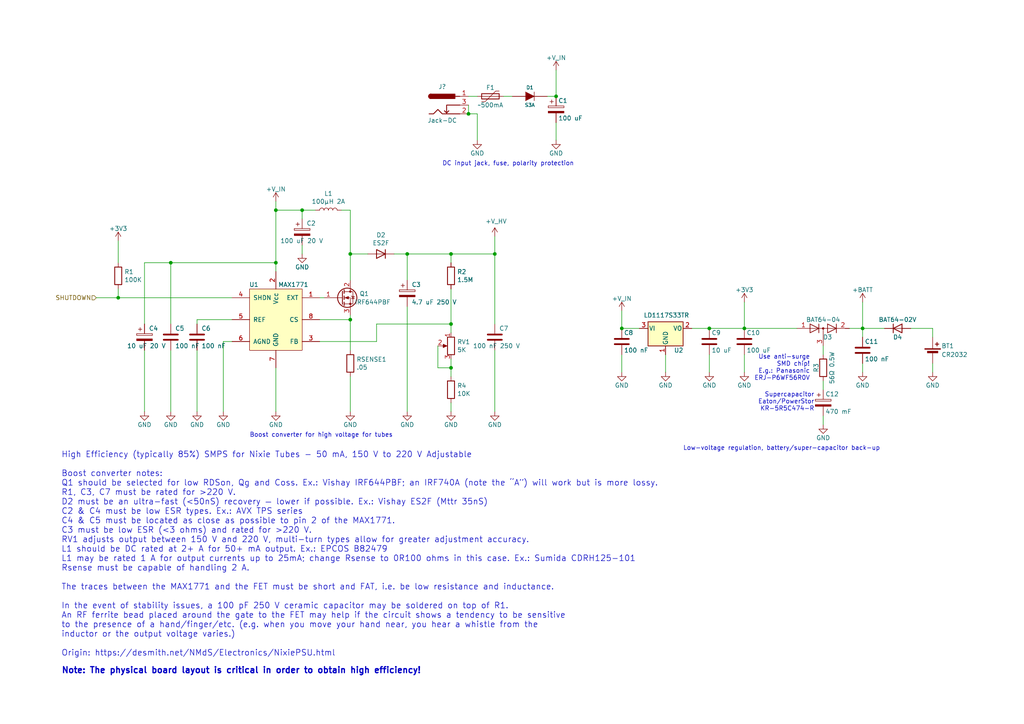
<source format=kicad_sch>
(kicad_sch (version 20231120) (generator "eeschema") (generator_version "8.0")
  (paper "A4")
  (lib_symbols
    (symbol "Device:Battery_Cell" (pin_numbers hide) (pin_names (offset 0) hide)
      (property "Reference" "BT" (at 2.54 2.54 0))
      (property "Value" "Battery_Cell" (at 2.54 0 0))
      (symbol "Battery_Cell_0_1"
        (rectangle (start -2.286 1.778) (end 2.286 1.524) (fill (type outline)))
        (rectangle (start -1.524 1.016) (end 1.524 0.508) (fill (type outline)))
        (polyline (pts (xy 0 0.762) (xy 0 0)))
        (polyline (pts (xy 0 1.778) (xy 0 2.54)))
        (polyline (pts (xy 0.762 3.048) (xy 1.778 3.048)) (stroke (width 0.254)))
        (polyline (pts (xy 1.27 3.556) (xy 1.27 2.54)) (stroke (width 0.254)))
      )
      (symbol "Battery_Cell_1_1"
        (pin passive line (at 0 5.08 270) (length 2.54) (name "+") (number "1"))
        (pin passive line (at 0 -2.54 90) (length 2.54) (name "-") (number "2"))
      )
    )
    (symbol "Device:C" (pin_numbers hide) (pin_names (offset 0.254))
      (property "Reference" "C" (at 0.635 2.54 0))
      (property "Value" "C" (at 0.635 -2.54 0))
      (symbol "C_0_1"
        (polyline (pts (xy -2.032 -0.762) (xy 2.032 -0.762)) (stroke (width 0.508)))
        (polyline (pts (xy -2.032 0.762) (xy 2.032 0.762)) (stroke (width 0.508)))
      )
      (symbol "C_1_1"
        (pin passive line (at 0 3.81 270) (length 2.794) (name "~") (number "1"))
        (pin passive line (at 0 -3.81 90) (length 2.794) (name "~") (number "2"))
      )
    )
    (symbol "Device:D" (pin_numbers hide) (pin_names (offset 1.016) hide)
      (property "Reference" "D" (at 0 2.54 0))
      (property "Value" "D" (at 0 -2.54 0))
      (symbol "D_0_1"
        (polyline (pts (xy -1.27 1.27) (xy -1.27 -1.27)) (stroke (width 0.254)))
        (polyline (pts (xy 1.27 0) (xy -1.27 0)))
        (polyline (pts (xy 1.27 1.27) (xy 1.27 -1.27) (xy -1.27 0) (xy 1.27 1.27)) (stroke (width 0.254)))
      )
      (symbol "D_1_1"
        (pin passive line (at -3.81 0 0) (length 2.54) (name "K") (number "1"))
        (pin passive line (at 3.81 0 180) (length 2.54) (name "A") (number "2"))
      )
    )
    (symbol "Device:L" (pin_numbers hide) (pin_names (offset 1.016) hide)
      (property "Reference" "L" (at -1.27 0 90))
      (property "Value" "L" (at 1.905 0 90))
      (symbol "L_0_1"
        (arc (start 0 -2.54) (mid 0.6323 -1.905) (end 0 -1.27))
        (arc (start 0 -1.27) (mid 0.6323 -0.635) (end 0 0))
        (arc (start 0 0) (mid 0.6323 0.635) (end 0 1.27))
        (arc (start 0 1.27) (mid 0.6323 1.905) (end 0 2.54))
      )
      (symbol "L_1_1"
        (pin passive line (at 0 3.81 270) (length 1.27) (name "1") (number "1"))
        (pin passive line (at 0 -3.81 90) (length 1.27) (name "2") (number "2"))
      )
    )
    (symbol "Device:Polyfuse" (pin_numbers hide) (pin_names (offset 0))
      (property "Reference" "F" (at -2.54 0 90))
      (property "Value" "Polyfuse" (at 2.54 0 90))
      (symbol "Polyfuse_0_1"
        (rectangle (start -0.762 2.54) (end 0.762 -2.54) (stroke (width 0.254)))
        (polyline (pts (xy 0 2.54) (xy 0 -2.54)))
        (polyline (pts (xy -1.524 2.54) (xy -1.524 1.524) (xy 1.524 -1.524) (xy 1.524 -2.54)))
      )
      (symbol "Polyfuse_1_1"
        (pin passive line (at 0 3.81 270) (length 1.27) (name "~") (number "1"))
        (pin passive line (at 0 -3.81 90) (length 1.27) (name "~") (number "2"))
      )
    )
    (symbol "Device:R" (pin_numbers hide) (pin_names (offset 0))
      (property "Reference" "R" (at 2.032 0 90))
      (property "Value" "R" (at 0 0 90))
      (symbol "R_0_1"
        (rectangle (start -1.016 -2.54) (end 1.016 2.54) (stroke (width 0.254)))
      )
      (symbol "R_1_1"
        (pin passive line (at 0 3.81 270) (length 1.27) (name "~") (number "1"))
        (pin passive line (at 0 -3.81 90) (length 1.27) (name "~") (number "2"))
      )
    )
    (symbol "Transistor_FET:IRF740" (pin_names hide)
      (property "Reference" "Q" (at 5.08 1.905 0))
      (property "Value" "IRF740" (at 5.08 0 0))
      (symbol "IRF740_0_1"
        (polyline (pts (xy 0.254 0) (xy -2.54 0)))
        (polyline (pts (xy 0.254 1.905) (xy 0.254 -1.905)) (stroke (width 0.254)))
        (polyline (pts (xy 0.762 -1.27) (xy 0.762 -2.286)) (stroke (width 0.254)))
        (polyline (pts (xy 0.762 0.508) (xy 0.762 -0.508)) (stroke (width 0.254)))
        (polyline (pts (xy 0.762 2.286) (xy 0.762 1.27)) (stroke (width 0.254)))
        (polyline (pts (xy 2.54 2.54) (xy 2.54 1.778)))
        (polyline (pts (xy 2.54 -2.54) (xy 2.54 0) (xy 0.762 0)))
        (polyline (pts (xy 0.762 -1.778) (xy 3.302 -1.778) (xy 3.302 1.778) (xy 0.762 1.778)))
        (polyline (pts (xy 1.016 0) (xy 2.032 0.381) (xy 2.032 -0.381) (xy 1.016 0)) (fill (type outline)))
        (polyline (pts (xy 2.794 0.508) (xy 2.921 0.381) (xy 3.683 0.381) (xy 3.81 0.254)))
        (polyline (pts (xy 3.302 0.381) (xy 2.921 -0.254) (xy 3.683 -0.254) (xy 3.302 0.381)))
        (circle (center 1.651 0) (radius 2.794) (stroke (width 0.254)))
        (circle (center 2.54 -1.778) (radius 0.254) (fill (type outline)))
        (circle (center 2.54 1.778) (radius 0.254) (fill (type outline)))
      )
      (symbol "IRF740_1_1"
        (pin input line (at -5.08 0 0) (length 2.54) (name "G") (number "1"))
        (pin passive line (at 2.54 5.08 270) (length 2.54) (name "D") (number "2"))
        (pin passive line (at 2.54 -5.08 90) (length 2.54) (name "S") (number "3"))
      )
    )
    (symbol "TubeClock-rescue:+3.3V-power" (power) (pin_names (offset 0))
      (property "Value" "power_+3.3V" (at 0 3.556 0))
      (symbol "+3.3V-power_0_1"
        (polyline (pts (xy -0.762 1.27) (xy 0 2.54)))
        (polyline (pts (xy 0 0) (xy 0 2.54)))
        (polyline (pts (xy 0 2.54) (xy 0.762 1.27)))
      )
      (symbol "+3.3V-power_1_1"
        (pin power_in line (at 0 0 90) (length 0) hide (name "+3V3") (number "1"))
      )
    )
    (symbol "TubeClock-rescue:+BATT-power" (power) (pin_names (offset 0))
      (property "Value" "power_+BATT" (at 0 3.556 0))
      (symbol "+BATT-power_0_1"
        (polyline (pts (xy -0.762 1.27) (xy 0 2.54)))
        (polyline (pts (xy 0 0) (xy 0 2.54)))
        (polyline (pts (xy 0 2.54) (xy 0.762 1.27)))
      )
      (symbol "+BATT-power_1_1"
        (pin power_in line (at 0 0 90) (length 0) hide (name "+BATT") (number "1"))
      )
    )
    (symbol "TubeClock-rescue:+V_HV-TubeClock" (power) (pin_names (offset 0))
      (property "Value" "TubeClock_+V_HV" (at 0 3.556 0))
      (symbol "+V_HV-TubeClock_0_1"
        (polyline (pts (xy -0.762 1.27) (xy 0 2.54)))
        (polyline (pts (xy 0 0) (xy 0 2.54)))
        (polyline (pts (xy 0 2.54) (xy 0.762 1.27)))
      )
      (symbol "+V_HV-TubeClock_1_1"
        (pin power_in line (at 0 0 90) (length 0) hide (name "+V_HV") (number "1"))
      )
    )
    (symbol "TubeClock-rescue:+V_IN-TubeClock" (power) (pin_names (offset 0))
      (property "Value" "TubeClock_+V_IN" (at 0 3.556 0))
      (symbol "+V_IN-TubeClock_0_1"
        (polyline (pts (xy -0.762 1.27) (xy 0 2.54)))
        (polyline (pts (xy 0 0) (xy 0 2.54)))
        (polyline (pts (xy 0 2.54) (xy 0.762 1.27)))
      )
      (symbol "+V_IN-TubeClock_1_1"
        (pin power_in line (at 0 0 90) (length 0) hide (name "+V_IN") (number "1"))
      )
    )
    (symbol "TubeClock-rescue:CP-Device" (pin_numbers hide) (pin_names (offset 0.254))
      (property "Reference" "C" (at 0.635 2.54 0))
      (property "Value" "Device_CP" (at 0.635 -2.54 0))
      (symbol "CP-Device_0_1"
        (rectangle (start -2.286 0.508) (end 2.286 1.016))
        (polyline (pts (xy -1.778 2.286) (xy -0.762 2.286)))
        (polyline (pts (xy -1.27 2.794) (xy -1.27 1.778)))
        (rectangle (start 2.286 -0.508) (end -2.286 -1.016) (fill (type outline)))
      )
      (symbol "CP-Device_1_1"
        (pin passive line (at 0 3.81 270) (length 2.794) (name "~") (number "1"))
        (pin passive line (at 0 -3.81 90) (length 2.794) (name "~") (number "2"))
      )
    )
    (symbol "TubeClock-rescue:DIODE-win" (pin_numbers hide) (pin_names (offset 1.016) hide)
      (property "Reference" "D" (at 0 2.54 0))
      (property "Value" "win_DIODE" (at 0 -2.54 0))
      (symbol "DIODE-win_0_1"
        (polyline (pts (xy 1.27 1.27) (xy 1.27 -1.27)) (stroke (width 0.1524)))
        (polyline (pts (xy -1.27 1.27) (xy 1.27 0) (xy -1.27 -1.27)) (fill (type outline)))
      )
      (symbol "DIODE-win_1_1"
        (pin passive line (at -5.08 0 0) (length 3.81) (name "A") (number "1"))
        (pin passive line (at 5.08 0 180) (length 3.81) (name "K") (number "2"))
      )
    )
    (symbol "TubeClock-rescue:D_x2_Serial_AKC-Device" (pin_names (offset 0.762) hide)
      (property "Reference" "D" (at 1.27 -2.54 0))
      (property "Value" "Device_D_x2_Serial_AKC" (at 0 2.54 0))
      (symbol "D_x2_Serial_AKC-Device_0_1"
        (polyline (pts (xy -3.81 0) (xy 3.81 0)))
        (polyline (pts (xy 0 0) (xy 0 -2.54)))
        (polyline (pts (xy 6.35 0) (xy 7.62 0)))
        (polyline (pts (xy -1.27 -1.27) (xy -1.27 1.27) (xy -1.27 1.27)) (stroke (width 0.2032)))
        (polyline (pts (xy 3.81 1.27) (xy 3.81 -1.27) (xy 3.81 -1.27)) (stroke (width 0.2032)))
        (polyline (pts (xy -3.81 1.27) (xy -1.27 0) (xy -3.81 -1.27) (xy -3.81 1.27) (xy -3.81 1.27) (xy -3.81 1.27)) (stroke (width 0.2032)))
        (polyline (pts (xy 1.27 1.27) (xy 3.81 0) (xy 1.27 -1.27) (xy 1.27 1.27) (xy 1.27 1.27) (xy 1.27 1.27)) (stroke (width 0.2032)))
        (circle (center 0 0) (radius 0.254) (fill (type outline)))
        (pin passive line (at -7.62 0 0) (length 3.81) (name "A") (number "1"))
        (pin passive line (at 7.62 0 180) (length 3.81) (name "K") (number "2"))
        (pin passive line (at 0 -5.08 90) (length 2.54) (name "common") (number "3"))
      )
    )
    (symbol "TubeClock-rescue:GND-power" (power) (pin_names (offset 0))
      (property "Value" "power_GND" (at 0 -3.81 0))
      (symbol "GND-power_0_1"
        (polyline (pts (xy 0 0) (xy 0 -1.27) (xy 1.27 -1.27) (xy 0 -2.54) (xy -1.27 -1.27) (xy 0 -1.27)))
      )
      (symbol "GND-power_1_1"
        (pin power_in line (at 0 0 270) (length 0) hide (name "GND") (number "1"))
      )
    )
    (symbol "TubeClock-rescue:Jack-DC-TubeClock" (pin_names (offset 1.016))
      (property "Reference" "J" (at 0 5.334 0))
      (property "Value" "TubeClock_Jack-DC" (at 0 -4.445 0))
      (symbol "Jack-DC-TubeClock_0_1"
        (arc (start -3.302 3.175) (mid -3.937 2.54) (end -3.302 1.905) (stroke (width 0.254)))
        (arc (start -3.302 3.175) (mid -3.937 2.54) (end -3.302 1.905) (stroke (width 0.254)) (fill (type outline)))
        (polyline (pts (xy 1.27 -2.286) (xy 1.905 -1.651)) (stroke (width 0.254)))
        (polyline (pts (xy 5.08 2.54) (xy 3.81 2.54)) (stroke (width 0.254)))
        (polyline (pts (xy 5.08 0) (xy 1.27 0) (xy 1.27 -2.286) (xy 0.635 -1.651)) (stroke (width 0.254)))
        (polyline (pts (xy -3.81 -2.54) (xy -2.54 -2.54) (xy -1.27 -1.27) (xy 0 -2.54) (xy 2.54 -2.54) (xy 5.08 -2.54)) (stroke (width 0.254)))
        (rectangle (start 3.683 3.175) (end -3.302 1.905) (stroke (width 0.254)) (fill (type outline)))
      )
      (symbol "Jack-DC-TubeClock_1_1"
        (pin passive line (at 7.62 2.54 180) (length 2.54) (name "~") (number "1"))
        (pin passive line (at 7.62 -2.54 180) (length 2.54) (name "~") (number "2"))
        (pin passive line (at 7.62 0 180) (length 2.54) (name "~") (number "3"))
      )
    )
    (symbol "TubeClock-rescue:LD1117S33TR_SOT223-win" (pin_names (offset 0.254))
      (property "Reference" "U" (at -3.81 3.175 0))
      (property "Value" "win_LD1117S33TR_SOT223" (at 0 3.175 0))
      (symbol "LD1117S33TR_SOT223-win_0_1"
        (rectangle (start -5.08 -5.08) (end 5.08 1.905) (stroke (width 0.254)) (fill (type background)))
      )
      (symbol "LD1117S33TR_SOT223-win_1_1"
        (pin power_in line (at 0 -7.62 90) (length 2.54) (name "GND") (number "1"))
        (pin passive line (at 7.62 0 180) (length 2.54) (name "VO") (number "2"))
        (pin power_in line (at -7.62 0 0) (length 2.54) (name "VI") (number "3"))
      )
    )
    (symbol "TubeClock-rescue:MAX1771-Maxim" (pin_names (offset 1.016))
      (property "Reference" "U" (at -6.35 10.16 0))
      (property "Value" "Maxim_MAX1771" (at 5.08 10.16 0))
      (symbol "MAX1771-Maxim_0_1"
        (rectangle (start -7.62 8.89) (end 7.62 -8.89) (fill (type background)))
      )
      (symbol "MAX1771-Maxim_1_1"
        (pin output line (at 12.7 6.35 180) (length 5.08) (name "EXT") (number "1"))
        (pin power_in line (at 0 13.97 270) (length 5.08) (name "Vcc") (number "2"))
        (pin input line (at 12.7 -6.35 180) (length 5.08) (name "FB") (number "3"))
        (pin input line (at -12.7 6.35 0) (length 5.08) (name "SHDN") (number "4"))
        (pin input line (at -12.7 0 0) (length 5.08) (name "REF") (number "5"))
        (pin power_in line (at -12.7 -6.35 0) (length 5.08) (name "AGND") (number "6"))
        (pin power_in line (at 0 -13.97 90) (length 5.08) (name "GND") (number "7"))
        (pin input line (at 12.7 0 180) (length 5.08) (name "CS") (number "8"))
      )
    )
    (symbol "TubeClock-rescue:R_POT-Device" (pin_names (offset 1.016) hide)
      (property "Reference" "RV" (at -4.445 0 90))
      (property "Value" "Device_R_POT" (at -2.54 0 90))
      (symbol "R_POT-Device_0_1"
        (polyline (pts (xy 2.54 0) (xy 1.524 0)))
        (polyline (pts (xy 1.143 0) (xy 2.286 0.508) (xy 2.286 -0.508) (xy 1.143 0)) (fill (type outline)))
        (rectangle (start 1.016 2.54) (end -1.016 -2.54) (stroke (width 0.254)))
      )
      (symbol "R_POT-Device_1_1"
        (pin passive line (at 0 3.81 270) (length 1.27) (name "1") (number "1"))
        (pin passive line (at 3.81 0 180) (length 1.27) (name "2") (number "2"))
        (pin passive line (at 0 -3.81 90) (length 1.27) (name "3") (number "3"))
      )
    )
  )
  (junction (at 34.29 86.36))
  (junction (at 205.74 95.25))
  (junction (at 135.89 33.02))
  (junction (at 215.9 95.25))
  (junction (at 49.53 76.2))
  (junction (at 250.19 95.25))
  (junction (at 87.63 60.96))
  (junction (at 180.34 95.25))
  (junction (at 130.81 93.98))
  (junction (at 118.11 73.66))
  (junction (at 80.01 76.2))
  (junction (at 101.6 92.71))
  (junction (at 161.29 27.94))
  (junction (at 101.6 73.66))
  (junction (at 130.81 106.68))
  (junction (at 130.81 73.66))
  (junction (at 80.01 60.96))
  (junction (at 143.51 73.66))
  (wire (pts (xy 101.6 91.44) (xy 101.6 92.71)))
  (wire (pts (xy 250.19 87.63) (xy 250.19 95.25)))
  (wire (pts (xy 49.53 76.2) (xy 80.01 76.2)))
  (wire (pts (xy 130.81 104.14) (xy 130.81 106.68)))
  (wire (pts (xy 238.76 123.19) (xy 238.76 120.65)))
  (wire (pts (xy 238.76 100.33) (xy 238.76 102.87)))
  (wire (pts (xy 106.68 73.66) (xy 101.6 73.66)))
  (wire (pts (xy 57.15 93.98) (xy 57.15 92.71)))
  (wire (pts (xy 130.81 106.68) (xy 130.81 109.22)))
  (wire (pts (xy 114.3 73.66) (xy 118.11 73.66)))
  (wire (pts (xy 101.6 60.96) (xy 101.6 73.66)))
  (wire (pts (xy 143.51 68.58) (xy 143.51 73.66)))
  (wire (pts (xy 130.81 76.2) (xy 130.81 73.66)))
  (wire (pts (xy 250.19 105.41) (xy 250.19 107.95)))
  (wire (pts (xy 158.75 27.94) (xy 161.29 27.94)))
  (wire (pts (xy 127 100.33) (xy 127 106.68)))
  (wire (pts (xy 41.91 101.6) (xy 41.91 119.38)))
  (wire (pts (xy 138.43 33.02) (xy 138.43 40.64)))
  (wire (pts (xy 80.01 76.2) (xy 80.01 78.74)))
  (wire (pts (xy 34.29 76.2) (xy 34.29 69.85)))
  (wire (pts (xy 49.53 101.6) (xy 49.53 119.38)))
  (wire (pts (xy 180.34 90.17) (xy 180.34 95.25)))
  (wire (pts (xy 109.22 93.98) (xy 130.81 93.98)))
  (wire (pts (xy 135.89 33.02) (xy 138.43 33.02)))
  (wire (pts (xy 80.01 60.96) (xy 80.01 76.2)))
  (wire (pts (xy 215.9 95.25) (xy 231.14 95.25)))
  (wire (pts (xy 101.6 73.66) (xy 101.6 81.28)))
  (wire (pts (xy 250.19 95.25) (xy 250.19 97.79)))
  (wire (pts (xy 205.74 107.95) (xy 205.74 102.87)))
  (wire (pts (xy 91.44 60.96) (xy 87.63 60.96)))
  (wire (pts (xy 80.01 60.96) (xy 80.01 58.42)))
  (wire (pts (xy 92.71 86.36) (xy 93.98 86.36)))
  (wire (pts (xy 143.51 73.66) (xy 143.51 93.98)))
  (wire (pts (xy 161.29 35.56) (xy 161.29 40.64)))
  (wire (pts (xy 264.16 95.25) (xy 270.51 95.25)))
  (wire (pts (xy 101.6 92.71) (xy 101.6 101.6)))
  (wire (pts (xy 109.22 99.06) (xy 109.22 93.98)))
  (wire (pts (xy 127 106.68) (xy 130.81 106.68)))
  (wire (pts (xy 143.51 73.66) (xy 130.81 73.66)))
  (wire (pts (xy 101.6 109.22) (xy 101.6 119.38)))
  (wire (pts (xy 215.9 95.25) (xy 215.9 87.63)))
  (wire (pts (xy 130.81 83.82) (xy 130.81 93.98)))
  (wire (pts (xy 92.71 92.71) (xy 101.6 92.71)))
  (wire (pts (xy 118.11 73.66) (xy 118.11 81.28)))
  (wire (pts (xy 143.51 101.6) (xy 143.51 119.38)))
  (wire (pts (xy 246.38 95.25) (xy 250.19 95.25)))
  (wire (pts (xy 92.71 99.06) (xy 109.22 99.06)))
  (wire (pts (xy 118.11 88.9) (xy 118.11 119.38)))
  (wire (pts (xy 64.77 99.06) (xy 64.77 119.38)))
  (wire (pts (xy 135.89 30.48) (xy 135.89 33.02)))
  (wire (pts (xy 80.01 119.38) (xy 80.01 106.68)))
  (wire (pts (xy 270.51 105.41) (xy 270.51 107.95)))
  (wire (pts (xy 130.81 119.38) (xy 130.81 116.84)))
  (wire (pts (xy 27.94 86.36) (xy 34.29 86.36)))
  (wire (pts (xy 49.53 93.98) (xy 49.53 76.2)))
  (wire (pts (xy 67.31 99.06) (xy 64.77 99.06)))
  (wire (pts (xy 130.81 73.66) (xy 118.11 73.66)))
  (wire (pts (xy 215.9 102.87) (xy 215.9 107.95)))
  (wire (pts (xy 180.34 107.95) (xy 180.34 102.87)))
  (wire (pts (xy 238.76 110.49) (xy 238.76 113.03)))
  (wire (pts (xy 34.29 83.82) (xy 34.29 86.36)))
  (wire (pts (xy 135.89 27.94) (xy 138.43 27.94)))
  (wire (pts (xy 41.91 76.2) (xy 41.91 93.98)))
  (wire (pts (xy 87.63 63.5) (xy 87.63 60.96)))
  (wire (pts (xy 87.63 73.66) (xy 87.63 71.12)))
  (wire (pts (xy 34.29 86.36) (xy 67.31 86.36)))
  (wire (pts (xy 146.05 27.94) (xy 148.59 27.94)))
  (wire (pts (xy 130.81 93.98) (xy 130.81 96.52)))
  (wire (pts (xy 57.15 101.6) (xy 57.15 119.38)))
  (wire (pts (xy 200.66 95.25) (xy 205.74 95.25)))
  (wire (pts (xy 99.06 60.96) (xy 101.6 60.96)))
  (wire (pts (xy 180.34 95.25) (xy 185.42 95.25)))
  (wire (pts (xy 57.15 92.71) (xy 67.31 92.71)))
  (wire (pts (xy 193.04 102.87) (xy 193.04 107.95)))
  (wire (pts (xy 80.01 60.96) (xy 87.63 60.96)))
  (wire (pts (xy 161.29 27.94) (xy 161.29 20.32)))
  (wire (pts (xy 270.51 97.79) (xy 270.51 95.25)))
  (wire (pts (xy 250.19 95.25) (xy 256.54 95.25)))
  (wire (pts (xy 41.91 76.2) (xy 49.53 76.2)))
  (wire (pts (xy 205.74 95.25) (xy 215.9 95.25)))
  (text "Low-voltage regulation, battery/super-capacitor back-up" (at 198.12 130.81 0) (effects (font (size 1.27 1.27)) (justify left bottom)))
  (text "Note: The physical board layout is critical in order to obtain high efficiency!" (at 17.78 195.58 0) (effects (font (size 1.7526 1.7526) (thickness 0.3505) (bold yes)) (justify left bottom)))
  (text "Supercapacitor\nEaton/PowerStor\nKR-5R5C474-R" (at 236.22 119.38 0) (effects (font (size 1.27 1.27)) (justify right bottom)))
  (text "High Efficiency (typically 85%) SMPS for Nixie Tubes - 50 mA, 150 V to 220 V Adjustable\n\nBoost converter notes:\nQ1 should be selected for low RDSon, Qg and Coss. Ex.: Vishay IRF644PBF; an IRF740A (note the “A”) will work but is more lossy.\nR1, C3, C7 must be rated for >220 V.\nD2 must be an ultra-fast (<50nS) recovery — lower if possible. Ex.: Vishay ES2F (Mttr 35nS)\nC2 & C4 must be low ESR types. Ex.: AVX TPS series\nC4 & C5 must be located as close as possible to pin 2 of the MAX1771.\nC3 must be low ESR (<3 ohms) and rated for >220 V.\nRV1 adjusts output between 150 V and 220 V, multi-turn types allow for greater adjustment accuracy.\nL1 should be DC rated at 2+ A for 50+ mA output. Ex.: EPCOS B82479\nL1 may be rated 1 A for output currents up to 25mA; change Rsense to 0R100 ohms in this case. Ex.: Sumida CDRH125-101\nRsense must be capable of handling 2 A.\n\nThe traces between the MAX1771 and the FET must be short and FAT, i.e. be low resistance and inductance.\n\nIn the event of stability issues, a 100 pF 250 V ceramic capacitor may be soldered on top of R1.\nAn RF ferrite bead placed around the gate to the FET may help if the circuit shows a tendency to be sensitive\nto the presence of a hand/finger/etc. (e.g. when you move your hand near, you hear a whistle from the\ninductor or the output voltage varies.)\n\nOrigin: https://desmith.net/NMdS/Electronics/NixiePSU.html" (at 17.78 190.5 0) (effects (font (size 1.7018 1.7018)) (justify left bottom)))
  (text "DC input jack, fuse, polarity protection" (at 128.27 48.26 0) (effects (font (size 1.27 1.27)) (justify left bottom)))
  (text "Boost converter for high voltage for tubes" (at 72.39 127 0) (effects (font (size 1.27 1.27)) (justify left bottom)))
  (text "Use anti-surge\n SMD chip!\nE.g.: Panasonic\nERJ-P6WF56R0V" (at 234.95 110.49 0) (effects (font (size 1.27 1.27)) (justify right bottom)))
  (hierarchical_label "SHUTDOWN" (shape input) (at 27.94 86.36 180))
  (symbol (lib_id "TubeClock-rescue:LD1117S33TR_SOT223-win") (at 193.04 95.25 0) (unit 1)
    (property "Reference" "U2" (at 196.85 101.6 0))
    (property "Value" "LD1117S33TR" (at 186.69 91.44 0) (effects (justify left)))
    (property "Footprint" "Package_TO_SOT_SMD:TO-252-2" (effects (hide yes)))
    (property "Datasheet" "http://www.st.com/content/ccc/resource/technical/document/datasheet/a5/c3/3f/c9/2b/15/40/49/CD00002116.pdf/files/CD00002116.pdf/jcr:content/translations/en.CD00002116.pdf" (effects (hide yes)))
    (property "Part Number" "LD1117S33TR" (effects (hide yes)))
  )
  (symbol (lib_id "TubeClock-rescue:Jack-DC-TubeClock") (at 128.27 30.48 0) (unit 1)
    (property "Reference" "J?" (at 128.27 25.146 0))
    (property "Value" "Jack-DC" (at 128.27 34.925 0))
    (property "Footprint" "Connector_BarrelJack:BarrelJack_Horizontal" (effects (hide yes)))
    (instances (project "" (path "" (reference "J?") (unit 1)) (path "" (reference "J1") (unit 1))))
  )
  (symbol (lib_id "Device:C") (at 205.74 99.06 0) (unit 1)
    (property "Reference" "C9" (at 206.375 96.52 0) (effects (justify left)))
    (property "Value" "10 uF" (at 206.375 101.6 0) (effects (justify left)))
    (property "Footprint" "Capacitor_SMD:C_0805_2012Metric" (effects (hide yes)))
  )
  (symbol (lib_id "Device:C") (at 180.34 99.06 0) (unit 1)
    (property "Reference" "C8" (at 180.975 96.52 0) (effects (justify left)))
    (property "Value" "100 nF" (at 180.975 101.6 0) (effects (justify left)))
    (property "Footprint" "Capacitor_SMD:C_0805_2012Metric" (effects (hide yes)))
  )
  (symbol (lib_id "Device:Battery_Cell") (at 270.51 102.87 0) (unit 1)
    (property "Reference" "BT1" (at 273.05 100.33 0) (effects (justify left)))
    (property "Value" "CR2032" (at 273.05 102.87 0) (effects (justify left)))
    (property "Footprint" "TubeClock:BatteryHolder_Keystone_3034_1x20mm" (effects (hide yes)))
    (property "Datasheet" "http://www.keyelco.com/product.cfm/product_id/719" (effects (hide yes)))
    (property "Part Number" "103" (effects (hide yes)))
  )
  (symbol (lib_id "TubeClock-rescue:CP-Device") (at 161.29 31.75 0) (unit 1)
    (property "Reference" "C1" (at 161.925 29.21 0) (effects (justify left)))
    (property "Value" "100 uF" (at 161.925 34.29 0) (effects (justify left)))
    (property "Footprint" "Capacitor_SMD:CP_Elec_8x10" (effects (hide yes)))
    (property "Datasheet" "https://industrial.panasonic.com/ww/products/capacitors/polymer-capacitors/os-con/svf/25SVF100M" (effects (hide yes)))
    (property "Part Number" "25SVF100M" (effects (hide yes)))
  )
  (symbol (lib_id "TubeClock-rescue:+3.3V-power") (at 215.9 87.63 0) (unit 1)
    (property "Reference" "#PWR012" (effects (hide yes)))
    (property "Value" "+3V3" (at 215.9 84.074 0))
  )
  (symbol (lib_id "TubeClock-rescue:GND-power") (at 161.29 40.64 0) (unit 1)
    (property "Reference" "#PWR07" (effects (hide yes)))
    (property "Value" "GND" (at 161.29 44.45 0))
  )
  (symbol (lib_id "TubeClock-rescue:GND-power") (at 180.34 107.95 0) (unit 1)
    (property "Reference" "#PWR015" (effects (hide yes)))
    (property "Value" "GND" (at 180.34 111.76 0))
  )
  (symbol (lib_id "TubeClock-rescue:GND-power") (at 193.04 107.95 0) (unit 1)
    (property "Reference" "#PWR016" (effects (hide yes)))
    (property "Value" "GND" (at 193.04 111.76 0))
  )
  (symbol (lib_id "TubeClock-rescue:GND-power") (at 205.74 107.95 0) (unit 1)
    (property "Reference" "#PWR017" (effects (hide yes)))
    (property "Value" "GND" (at 205.74 111.76 0))
  )
  (symbol (lib_id "TubeClock-rescue:GND-power") (at 270.51 107.95 0) (unit 1)
    (property "Reference" "#PWR020" (effects (hide yes)))
    (property "Value" "GND" (at 270.51 111.76 0))
  )
  (symbol (lib_id "Device:Polyfuse") (at 142.24 27.94 270) (unit 1)
    (property "Reference" "F1" (at 142.24 25.4 90))
    (property "Value" "~500mA" (at 142.24 30.48 90))
    (property "Footprint" "Fuse:Fuse_2920_7451Metric" (effects (hide yes)))
    (property "Datasheet" "http://m.littelfuse.com/~/media/electronics/datasheets/resettable_ptcs/littelfuse_ptc_2920l_datasheet.pdf.pdf" (effects (hide yes)))
    (property "Part Number" "2920L050DR" (effects (hide yes)))
  )
  (symbol (lib_id "TubeClock-rescue:DIODE-win") (at 153.67 27.94 0) (unit 1)
    (property "Reference" "D1" (at 153.67 25.4 0) (effects (font (size 1.016 1.016))))
    (property "Value" "S3A" (at 153.67 30.48 0) (effects (font (size 1.016 1.016))))
    (property "Footprint" "Diode_SMD:D_SMC" (effects (hide yes)))
    (property "Datasheet" "http://www.onsemi.com/pub/Collateral/S3N-D.PDF" (effects (hide yes)))
    (property "Part Number" "S3A" (effects (hide yes)))
  )
  (symbol (lib_id "TubeClock-rescue:GND-power") (at 138.43 40.64 0) (unit 1)
    (property "Reference" "#PWR06" (effects (hide yes)))
    (property "Value" "GND" (at 138.43 44.45 0))
  )
  (symbol (lib_id "TubeClock-rescue:+V_IN-TubeClock") (at 161.29 20.32 0) (unit 1)
    (property "Reference" "#PWR?" (effects (hide yes)))
    (property "Value" "+V_IN" (at 161.29 16.764 0))
    (instances (project "" (path "" (reference "#PWR?") (unit 1)) (path "" (reference "#PWR05") (unit 1))))
  )
  (symbol (lib_id "TubeClock-rescue:D_x2_Serial_AKC-Device") (at 238.76 95.25 0) (unit 1)
    (property "Reference" "D3" (at 240.03 97.79 0))
    (property "Value" "BAT64-04" (at 238.76 92.71 0))
    (property "Footprint" "Package_TO_SOT_SMD:SOT-23" (effects (hide yes)))
    (property "Datasheet" "https://www.infineon.com/dgdl/Infineon-BAT64SERIES-DS-v01_01-en.pdf?fileId=db3a304314dca3890115191757980ead" (effects (hide yes)))
  )
  (symbol (lib_id "Device:R") (at 238.76 106.68 180) (unit 1)
    (property "Reference" "R3" (at 236.728 106.68 90))
    (property "Value" "56Ω 0.5W" (at 241.3 106.68 90))
    (property "Footprint" "Resistor_SMD:R_0805_2012Metric" (effects (hide yes)))
  )
  (symbol (lib_id "Device:C") (at 250.19 101.6 0) (unit 1)
    (property "Reference" "C11" (at 250.825 99.06 0) (effects (justify left)))
    (property "Value" "100 nF" (at 250.825 104.14 0) (effects (justify left)))
    (property "Footprint" "Capacitor_SMD:C_0805_2012Metric" (effects (hide yes)))
  )
  (symbol (lib_id "TubeClock-rescue:CP-Device") (at 238.76 116.84 0) (unit 1)
    (property "Reference" "C12" (at 239.395 114.3 0) (effects (justify left)))
    (property "Value" "470 mF" (at 239.395 119.38 0) (effects (justify left)))
    (property "Footprint" "TubeClock:CP_Radial_D13.0mm_P5.00mm_HD1.5mm" (effects (hide yes)))
    (property "Datasheet" "http://www.cooperindustries.com/content/dam/public/bussmann/Electronics/Resources/product-datasheets/Bus_Elx_DS_4327_KR_Series.pdf" (effects (hide yes)))
    (property "Part Number" "KR-5R5H474-R" (effects (hide yes)))
  )
  (symbol (lib_id "TubeClock-rescue:GND-power") (at 238.76 123.19 0) (unit 1)
    (property "Reference" "#PWR030" (effects (hide yes)))
    (property "Value" "GND" (at 238.76 127 0))
  )
  (symbol (lib_id "TubeClock-rescue:GND-power") (at 250.19 107.95 0) (unit 1)
    (property "Reference" "#PWR019" (effects (hide yes)))
    (property "Value" "GND" (at 250.19 111.76 0))
  )
  (symbol (lib_id "TubeClock-rescue:+BATT-power") (at 250.19 87.63 0) (unit 1)
    (property "Reference" "#PWR013" (effects (hide yes)))
    (property "Value" "+BATT" (at 250.19 84.074 0))
  )
  (symbol (lib_id "Device:D") (at 260.35 95.25 0) (unit 1)
    (property "Reference" "D4" (at 260.35 97.79 0))
    (property "Value" "BAT64-02V" (at 260.35 92.71 0))
    (property "Footprint" "Diode_SMD:D_0603_1608Metric" (effects (hide yes)))
    (property "Datasheet" "https://www.infineon.com/dgdl/Infineon-BAT64SERIES-DS-v01_01-en.pdf?fileId=db3a304314dca3890115191757980ead" (effects (hide yes)))
  )
  (symbol (lib_id "TubeClock-rescue:CP-Device") (at 87.63 67.31 0) (unit 1)
    (property "Reference" "C2" (at 88.9 64.77 0) (effects (justify left)))
    (property "Value" "100 uF 20 V" (at 81.28 69.85 0) (effects (justify left)))
    (property "Footprint" "Capacitor_Tantalum_SMD:CP_EIA-7343-31_Kemet-D" (effects (hide yes)))
    (property "Notes" "Capacitor, Tantalum, EU 7343 case, polarized" (effects (hide yes)))
    (property "SuggestedPart" "TPSD107M020R0085" (effects (hide yes)))
  )
  (symbol (lib_id "Device:L") (at 95.25 60.96 90) (unit 1)
    (property "Reference" "L1" (at 95.25 56.134 90))
    (property "Value" "100µH 2A" (at 95.25 58.4454 90))
    (property "Footprint" "TubeClock:L_EPCOS_B82479A1_Handsoldering" (effects (hide yes)))
    (property "Notes" "SMT power inductors" (effects (hide yes)))
    (property "SuggestedPart" "Epcos B82479-A1-104M" (effects (hide yes)))
  )
  (symbol (lib_id "Device:D") (at 110.49 73.66 180) (unit 1)
    (property "Reference" "D2" (at 110.49 68.1736 0))
    (property "Value" "ES2F" (at 110.49 70.485 0))
    (property "Footprint" "Diode_SMD:D_SMB" (effects (hide yes)))
  )
  (symbol (lib_id "TubeClock-rescue:CP-Device") (at 41.91 97.79 0) (unit 1)
    (property "Reference" "C4" (at 43.18 95.25 0) (effects (justify left)))
    (property "Value" "10 uF 20 V" (at 36.83 100.33 0) (effects (justify left)))
    (property "Footprint" "Capacitor_Tantalum_SMD:CP_EIA-7343-31_Kemet-D" (effects (hide yes)))
    (property "Notes" "Capacitor, Tantalum, EU 7343 case, polarized" (effects (hide yes)))
    (property "SuggestedPart" "TPSD106K035R0300" (effects (hide yes)))
  )
  (symbol (lib_id "Device:C") (at 49.53 97.79 0) (unit 1)
    (property "Reference" "C5" (at 50.8 95.25 0) (effects (justify left)))
    (property "Value" "100 nF" (at 50.8 100.33 0) (effects (justify left)))
    (property "Footprint" "Capacitor_SMD:C_0805_2012Metric" (effects (hide yes)))
    (property "Notes" "Any generic cap" (effects (hide yes)))
  )
  (symbol (lib_id "Device:C") (at 57.15 97.79 0) (unit 1)
    (property "Reference" "C6" (at 58.42 95.25 0) (effects (justify left)))
    (property "Value" "100 nF" (at 58.42 100.33 0) (effects (justify left)))
    (property "Footprint" "Capacitor_SMD:C_0805_2012Metric" (effects (hide yes)))
    (property "Notes" "Any generic cap" (effects (hide yes)))
  )
  (symbol (lib_id "Transistor_FET:IRF740") (at 99.06 86.36 0) (unit 1)
    (property "Reference" "Q1" (at 104.267 85.1916 0) (effects (justify left)))
    (property "Value" "IRF644PBF" (at 102.87 87.63 0) (effects (justify left)))
    (property "Footprint" "Package_TO_SOT_THT:TO-220-3_Horizontal_TabDown" (effects (hide yes)))
    (property "Datasheet" "http://www.vishay.com/docs/91039/sihf644.pdf" (effects (hide yes)))
  )
  (symbol (lib_id "Device:R") (at 101.6 105.41 0) (unit 1)
    (property "Reference" "RSENSE1" (at 103.378 104.2416 0) (effects (justify left)))
    (property "Value" ".05" (at 103.378 106.553 0) (effects (justify left)))
    (property "Footprint" "Resistor_SMD:R_2010_5025Metric" (effects (hide yes)))
    (property "Notes" "2A current rating - 1 Watt in a 2010 package" (effects (hide yes)))
    (property "SuggestedPart" "Welwyn LR2010-R05FW" (effects (hide yes)))
  )
  (symbol (lib_id "TubeClock-rescue:CP-Device") (at 118.11 85.09 0) (unit 1)
    (property "Reference" "C3" (at 119.38 82.55 0) (effects (justify left)))
    (property "Value" "4.7 uF 250 V" (at 119.38 87.63 0) (effects (justify left)))
    (property "Footprint" "Capacitor_SMD:CP_Elec_10x10" (effects (hide yes)))
    (property "Notes" "Capacitor, Electrolytic, polarized" (effects (hide yes)))
    (property "SuggestedPart" "EEV-EB2E100Q" (effects (hide yes)))
  )
  (symbol (lib_id "Device:R") (at 130.81 80.01 0) (unit 1)
    (property "Reference" "R2" (at 132.588 78.8416 0) (effects (justify left)))
    (property "Value" "1.5M" (at 132.588 81.153 0) (effects (justify left)))
    (property "Footprint" "Resistor_SMD:R_2512_6332Metric" (effects (hide yes)))
    (property "Notes" "1 watt 5%" (effects (hide yes)))
  )
  (symbol (lib_id "Device:R") (at 130.81 113.03 0) (unit 1)
    (property "Reference" "R4" (at 132.588 111.8616 0) (effects (justify left)))
    (property "Value" "10K" (at 132.588 114.173 0) (effects (justify left)))
    (property "Footprint" "Resistor_SMD:R_0805_2012Metric" (effects (hide yes)))
    (property "Notes" "Use any generic resistor" (effects (hide yes)))
  )
  (symbol (lib_id "TubeClock-rescue:R_POT-Device") (at 130.81 100.33 0) (mirror y) (unit 1)
    (property "Reference" "RV1" (at 132.588 99.1616 0) (effects (justify right)))
    (property "Value" "5K" (at 132.588 101.473 0) (effects (justify right)))
    (property "Footprint" "Potentiometer_SMD:Potentiometer_Bourns_3214W_Vertical" (effects (hide yes)))
    (property "Notes" "Multi-turn - Any similar will do" (effects (hide yes)))
    (property "SuggestedPart" "Bourns 3214W-1-502E" (effects (hide yes)))
  )
  (symbol (lib_id "Device:C") (at 143.51 97.79 0) (unit 1)
    (property "Reference" "C7" (at 144.78 95.25 0) (effects (justify left)))
    (property "Value" "100 nF 250 V" (at 137.16 100.33 0) (effects (justify left)))
    (property "Footprint" "TubeClock:C_2420_HandSoldering" (effects (hide yes)))
    (property "Notes" "Optional" (effects (hide yes)))
    (property "SuggestedPart" "ECWU2104KC9" (effects (hide yes)))
  )
  (symbol (lib_id "TubeClock-rescue:MAX1771-Maxim") (at 80.01 92.71 0) (unit 1)
    (property "Reference" "U1" (at 73.66 82.55 0))
    (property "Value" "MAX1771" (at 85.09 82.55 0))
    (property "Footprint" "Package_SO:SOIC-8_3.9x4.9mm_P1.27mm" (effects (hide yes)))
  )
  (symbol (lib_id "TubeClock-rescue:+V_IN-TubeClock") (at 180.34 90.17 0) (unit 1)
    (property "Reference" "#PWR?" (effects (hide yes)))
    (property "Value" "+V_IN" (at 180.34 86.614 0))
    (instances (project "" (path "" (reference "#PWR?") (unit 1)) (path "" (reference "#PWR014") (unit 1))))
  )
  (symbol (lib_id "TubeClock-rescue:GND-power") (at 80.01 119.38 0) (unit 1)
    (property "Reference" "#PWR025" (effects (hide yes)))
    (property "Value" "GND" (at 80.01 123.19 0))
  )
  (symbol (lib_id "TubeClock-rescue:GND-power") (at 87.63 73.66 0) (unit 1)
    (property "Reference" "#PWR011" (effects (hide yes)))
    (property "Value" "GND" (at 87.63 77.47 0))
  )
  (symbol (lib_id "TubeClock-rescue:+V_HV-TubeClock") (at 143.51 68.58 0) (unit 1)
    (property "Reference" "#PWR09" (effects (hide yes)))
    (property "Value" "+V_HV" (at 143.891 64.1858 0))
  )
  (symbol (lib_id "TubeClock-rescue:+V_IN-TubeClock") (at 80.01 58.42 0) (unit 1)
    (property "Reference" "#PWR?" (effects (hide yes)))
    (property "Value" "+V_IN" (at 80.01 54.864 0))
    (instances (project "" (path "" (reference "#PWR?") (unit 1)) (path "" (reference "#PWR08") (unit 1))))
  )
  (symbol (lib_id "TubeClock-rescue:GND-power") (at 41.91 119.38 0) (unit 1)
    (property "Reference" "#PWR021" (effects (hide yes)))
    (property "Value" "GND" (at 41.91 123.19 0))
  )
  (symbol (lib_id "TubeClock-rescue:GND-power") (at 49.53 119.38 0) (unit 1)
    (property "Reference" "#PWR022" (effects (hide yes)))
    (property "Value" "GND" (at 49.53 123.19 0))
  )
  (symbol (lib_id "TubeClock-rescue:GND-power") (at 57.15 119.38 0) (unit 1)
    (property "Reference" "#PWR023" (effects (hide yes)))
    (property "Value" "GND" (at 57.15 123.19 0))
  )
  (symbol (lib_id "TubeClock-rescue:GND-power") (at 64.77 119.38 0) (unit 1)
    (property "Reference" "#PWR024" (effects (hide yes)))
    (property "Value" "GND" (at 64.77 123.19 0))
  )
  (symbol (lib_id "TubeClock-rescue:GND-power") (at 101.6 119.38 0) (unit 1)
    (property "Reference" "#PWR026" (effects (hide yes)))
    (property "Value" "GND" (at 101.6 123.19 0))
  )
  (symbol (lib_id "TubeClock-rescue:GND-power") (at 118.11 119.38 0) (unit 1)
    (property "Reference" "#PWR027" (effects (hide yes)))
    (property "Value" "GND" (at 118.11 123.19 0))
  )
  (symbol (lib_id "TubeClock-rescue:GND-power") (at 130.81 119.38 0) (unit 1)
    (property "Reference" "#PWR028" (effects (hide yes)))
    (property "Value" "GND" (at 130.81 123.19 0))
  )
  (symbol (lib_id "TubeClock-rescue:GND-power") (at 143.51 119.38 0) (unit 1)
    (property "Reference" "#PWR029" (effects (hide yes)))
    (property "Value" "GND" (at 143.51 123.19 0))
  )
  (symbol (lib_id "Device:C") (at 215.9 99.06 0) (unit 1)
    (property "Reference" "C10" (at 216.535 96.52 0) (effects (justify left)))
    (property "Value" "100 uF" (at 216.535 101.6 0) (effects (justify left)))
    (property "Footprint" "Capacitor_SMD:CP_Elec_5x5.3" (effects (hide yes)))
  )
  (symbol (lib_id "TubeClock-rescue:GND-power") (at 215.9 107.95 0) (unit 1)
    (property "Reference" "#PWR018" (effects (hide yes)))
    (property "Value" "GND" (at 215.9 111.76 0))
  )
  (symbol (lib_id "Device:R") (at 34.29 80.01 0) (unit 1)
    (property "Reference" "R1" (at 36.068 78.8416 0) (effects (justify left)))
    (property "Value" "100K" (at 36.068 81.153 0) (effects (justify left)))
    (property "Footprint" "Resistor_SMD:R_0805_2012Metric" (effects (hide yes)))
    (property "Notes" "Use any generic resistor" (effects (hide yes)))
  )
  (symbol (lib_id "TubeClock-rescue:+3.3V-power") (at 34.29 69.85 0) (unit 1)
    (property "Reference" "#PWR010" (effects (hide yes)))
    (property "Value" "+3V3" (at 34.29 66.294 0))
  )
)
</source>
